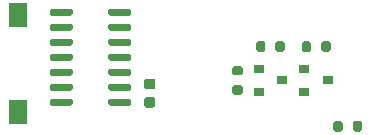
<source format=gbr>
%TF.GenerationSoftware,KiCad,Pcbnew,(5.1.9-0-10_14)*%
%TF.CreationDate,2021-05-24T21:49:32+02:00*%
%TF.ProjectId,MFM-Module-SEN0313,4d464d2d-4d6f-4647-956c-652d53454e30,rev?*%
%TF.SameCoordinates,PX82714f8PY6141b48*%
%TF.FileFunction,Paste,Top*%
%TF.FilePolarity,Positive*%
%FSLAX46Y46*%
G04 Gerber Fmt 4.6, Leading zero omitted, Abs format (unit mm)*
G04 Created by KiCad (PCBNEW (5.1.9-0-10_14)) date 2021-05-24 21:49:32*
%MOMM*%
%LPD*%
G01*
G04 APERTURE LIST*
%ADD10R,0.900000X0.800000*%
%ADD11R,1.500000X2.000000*%
G04 APERTURE END LIST*
%TO.C,C1*%
G36*
G01*
X22546500Y17798500D02*
X23046500Y17798500D01*
G75*
G02*
X23271500Y17573500I0J-225000D01*
G01*
X23271500Y17123500D01*
G75*
G02*
X23046500Y16898500I-225000J0D01*
G01*
X22546500Y16898500D01*
G75*
G02*
X22321500Y17123500I0J225000D01*
G01*
X22321500Y17573500D01*
G75*
G02*
X22546500Y17798500I225000J0D01*
G01*
G37*
G36*
G01*
X22546500Y16248500D02*
X23046500Y16248500D01*
G75*
G02*
X23271500Y16023500I0J-225000D01*
G01*
X23271500Y15573500D01*
G75*
G02*
X23046500Y15348500I-225000J0D01*
G01*
X22546500Y15348500D01*
G75*
G02*
X22321500Y15573500I0J225000D01*
G01*
X22321500Y16023500D01*
G75*
G02*
X22546500Y16248500I225000J0D01*
G01*
G37*
%TD*%
%TO.C,R1*%
G36*
G01*
X40785500Y14054500D02*
X40785500Y13504500D01*
G75*
G02*
X40585500Y13304500I-200000J0D01*
G01*
X40185500Y13304500D01*
G75*
G02*
X39985500Y13504500I0J200000D01*
G01*
X39985500Y14054500D01*
G75*
G02*
X40185500Y14254500I200000J0D01*
G01*
X40585500Y14254500D01*
G75*
G02*
X40785500Y14054500I0J-200000D01*
G01*
G37*
G36*
G01*
X39135500Y14054500D02*
X39135500Y13504500D01*
G75*
G02*
X38935500Y13304500I-200000J0D01*
G01*
X38535500Y13304500D01*
G75*
G02*
X38335500Y13504500I0J200000D01*
G01*
X38335500Y14054500D01*
G75*
G02*
X38535500Y14254500I200000J0D01*
G01*
X38935500Y14254500D01*
G75*
G02*
X39135500Y14054500I0J-200000D01*
G01*
G37*
%TD*%
%TO.C,U1*%
G36*
G01*
X21230000Y15961500D02*
X21230000Y15661500D01*
G75*
G02*
X21080000Y15511500I-150000J0D01*
G01*
X19430000Y15511500D01*
G75*
G02*
X19280000Y15661500I0J150000D01*
G01*
X19280000Y15961500D01*
G75*
G02*
X19430000Y16111500I150000J0D01*
G01*
X21080000Y16111500D01*
G75*
G02*
X21230000Y15961500I0J-150000D01*
G01*
G37*
G36*
G01*
X21230000Y17231500D02*
X21230000Y16931500D01*
G75*
G02*
X21080000Y16781500I-150000J0D01*
G01*
X19430000Y16781500D01*
G75*
G02*
X19280000Y16931500I0J150000D01*
G01*
X19280000Y17231500D01*
G75*
G02*
X19430000Y17381500I150000J0D01*
G01*
X21080000Y17381500D01*
G75*
G02*
X21230000Y17231500I0J-150000D01*
G01*
G37*
G36*
G01*
X21230000Y18501500D02*
X21230000Y18201500D01*
G75*
G02*
X21080000Y18051500I-150000J0D01*
G01*
X19430000Y18051500D01*
G75*
G02*
X19280000Y18201500I0J150000D01*
G01*
X19280000Y18501500D01*
G75*
G02*
X19430000Y18651500I150000J0D01*
G01*
X21080000Y18651500D01*
G75*
G02*
X21230000Y18501500I0J-150000D01*
G01*
G37*
G36*
G01*
X21230000Y19771500D02*
X21230000Y19471500D01*
G75*
G02*
X21080000Y19321500I-150000J0D01*
G01*
X19430000Y19321500D01*
G75*
G02*
X19280000Y19471500I0J150000D01*
G01*
X19280000Y19771500D01*
G75*
G02*
X19430000Y19921500I150000J0D01*
G01*
X21080000Y19921500D01*
G75*
G02*
X21230000Y19771500I0J-150000D01*
G01*
G37*
G36*
G01*
X21230000Y21041500D02*
X21230000Y20741500D01*
G75*
G02*
X21080000Y20591500I-150000J0D01*
G01*
X19430000Y20591500D01*
G75*
G02*
X19280000Y20741500I0J150000D01*
G01*
X19280000Y21041500D01*
G75*
G02*
X19430000Y21191500I150000J0D01*
G01*
X21080000Y21191500D01*
G75*
G02*
X21230000Y21041500I0J-150000D01*
G01*
G37*
G36*
G01*
X21230000Y22311500D02*
X21230000Y22011500D01*
G75*
G02*
X21080000Y21861500I-150000J0D01*
G01*
X19430000Y21861500D01*
G75*
G02*
X19280000Y22011500I0J150000D01*
G01*
X19280000Y22311500D01*
G75*
G02*
X19430000Y22461500I150000J0D01*
G01*
X21080000Y22461500D01*
G75*
G02*
X21230000Y22311500I0J-150000D01*
G01*
G37*
G36*
G01*
X21230000Y23581500D02*
X21230000Y23281500D01*
G75*
G02*
X21080000Y23131500I-150000J0D01*
G01*
X19430000Y23131500D01*
G75*
G02*
X19280000Y23281500I0J150000D01*
G01*
X19280000Y23581500D01*
G75*
G02*
X19430000Y23731500I150000J0D01*
G01*
X21080000Y23731500D01*
G75*
G02*
X21230000Y23581500I0J-150000D01*
G01*
G37*
G36*
G01*
X16280000Y23581500D02*
X16280000Y23281500D01*
G75*
G02*
X16130000Y23131500I-150000J0D01*
G01*
X14480000Y23131500D01*
G75*
G02*
X14330000Y23281500I0J150000D01*
G01*
X14330000Y23581500D01*
G75*
G02*
X14480000Y23731500I150000J0D01*
G01*
X16130000Y23731500D01*
G75*
G02*
X16280000Y23581500I0J-150000D01*
G01*
G37*
G36*
G01*
X16280000Y22311500D02*
X16280000Y22011500D01*
G75*
G02*
X16130000Y21861500I-150000J0D01*
G01*
X14480000Y21861500D01*
G75*
G02*
X14330000Y22011500I0J150000D01*
G01*
X14330000Y22311500D01*
G75*
G02*
X14480000Y22461500I150000J0D01*
G01*
X16130000Y22461500D01*
G75*
G02*
X16280000Y22311500I0J-150000D01*
G01*
G37*
G36*
G01*
X16280000Y21041500D02*
X16280000Y20741500D01*
G75*
G02*
X16130000Y20591500I-150000J0D01*
G01*
X14480000Y20591500D01*
G75*
G02*
X14330000Y20741500I0J150000D01*
G01*
X14330000Y21041500D01*
G75*
G02*
X14480000Y21191500I150000J0D01*
G01*
X16130000Y21191500D01*
G75*
G02*
X16280000Y21041500I0J-150000D01*
G01*
G37*
G36*
G01*
X16280000Y19771500D02*
X16280000Y19471500D01*
G75*
G02*
X16130000Y19321500I-150000J0D01*
G01*
X14480000Y19321500D01*
G75*
G02*
X14330000Y19471500I0J150000D01*
G01*
X14330000Y19771500D01*
G75*
G02*
X14480000Y19921500I150000J0D01*
G01*
X16130000Y19921500D01*
G75*
G02*
X16280000Y19771500I0J-150000D01*
G01*
G37*
G36*
G01*
X16280000Y18501500D02*
X16280000Y18201500D01*
G75*
G02*
X16130000Y18051500I-150000J0D01*
G01*
X14480000Y18051500D01*
G75*
G02*
X14330000Y18201500I0J150000D01*
G01*
X14330000Y18501500D01*
G75*
G02*
X14480000Y18651500I150000J0D01*
G01*
X16130000Y18651500D01*
G75*
G02*
X16280000Y18501500I0J-150000D01*
G01*
G37*
G36*
G01*
X16280000Y17231500D02*
X16280000Y16931500D01*
G75*
G02*
X16130000Y16781500I-150000J0D01*
G01*
X14480000Y16781500D01*
G75*
G02*
X14330000Y16931500I0J150000D01*
G01*
X14330000Y17231500D01*
G75*
G02*
X14480000Y17381500I150000J0D01*
G01*
X16130000Y17381500D01*
G75*
G02*
X16280000Y17231500I0J-150000D01*
G01*
G37*
G36*
G01*
X16280000Y15961500D02*
X16280000Y15661500D01*
G75*
G02*
X16130000Y15511500I-150000J0D01*
G01*
X14480000Y15511500D01*
G75*
G02*
X14330000Y15661500I0J150000D01*
G01*
X14330000Y15961500D01*
G75*
G02*
X14480000Y16111500I150000J0D01*
G01*
X16130000Y16111500D01*
G75*
G02*
X16280000Y15961500I0J-150000D01*
G01*
G37*
%TD*%
D10*
%TO.C,Q1*%
X34030501Y17655999D03*
X32030501Y16705999D03*
X32030501Y18605999D03*
%TD*%
%TO.C,Q2*%
X35893500Y18603000D03*
X35893500Y16703000D03*
X37893500Y17653000D03*
%TD*%
%TO.C,R2*%
G36*
G01*
X29951000Y18878000D02*
X30501000Y18878000D01*
G75*
G02*
X30701000Y18678000I0J-200000D01*
G01*
X30701000Y18278000D01*
G75*
G02*
X30501000Y18078000I-200000J0D01*
G01*
X29951000Y18078000D01*
G75*
G02*
X29751000Y18278000I0J200000D01*
G01*
X29751000Y18678000D01*
G75*
G02*
X29951000Y18878000I200000J0D01*
G01*
G37*
G36*
G01*
X29951000Y17228000D02*
X30501000Y17228000D01*
G75*
G02*
X30701000Y17028000I0J-200000D01*
G01*
X30701000Y16628000D01*
G75*
G02*
X30501000Y16428000I-200000J0D01*
G01*
X29951000Y16428000D01*
G75*
G02*
X29751000Y16628000I0J200000D01*
G01*
X29751000Y17028000D01*
G75*
G02*
X29951000Y17228000I200000J0D01*
G01*
G37*
%TD*%
%TO.C,R3*%
G36*
G01*
X33445000Y20235500D02*
X33445000Y20785500D01*
G75*
G02*
X33645000Y20985500I200000J0D01*
G01*
X34045000Y20985500D01*
G75*
G02*
X34245000Y20785500I0J-200000D01*
G01*
X34245000Y20235500D01*
G75*
G02*
X34045000Y20035500I-200000J0D01*
G01*
X33645000Y20035500D01*
G75*
G02*
X33445000Y20235500I0J200000D01*
G01*
G37*
G36*
G01*
X31795000Y20235500D02*
X31795000Y20785500D01*
G75*
G02*
X31995000Y20985500I200000J0D01*
G01*
X32395000Y20985500D01*
G75*
G02*
X32595000Y20785500I0J-200000D01*
G01*
X32595000Y20235500D01*
G75*
G02*
X32395000Y20035500I-200000J0D01*
G01*
X31995000Y20035500D01*
G75*
G02*
X31795000Y20235500I0J200000D01*
G01*
G37*
%TD*%
%TO.C,R4*%
G36*
G01*
X38118500Y20785500D02*
X38118500Y20235500D01*
G75*
G02*
X37918500Y20035500I-200000J0D01*
G01*
X37518500Y20035500D01*
G75*
G02*
X37318500Y20235500I0J200000D01*
G01*
X37318500Y20785500D01*
G75*
G02*
X37518500Y20985500I200000J0D01*
G01*
X37918500Y20985500D01*
G75*
G02*
X38118500Y20785500I0J-200000D01*
G01*
G37*
G36*
G01*
X36468500Y20785500D02*
X36468500Y20235500D01*
G75*
G02*
X36268500Y20035500I-200000J0D01*
G01*
X35868500Y20035500D01*
G75*
G02*
X35668500Y20235500I0J200000D01*
G01*
X35668500Y20785500D01*
G75*
G02*
X35868500Y20985500I200000J0D01*
G01*
X36268500Y20985500D01*
G75*
G02*
X36468500Y20785500I0J-200000D01*
G01*
G37*
%TD*%
D11*
%TO.C,SW1*%
X11620500Y15013500D03*
X11620500Y23213500D03*
%TD*%
M02*

</source>
